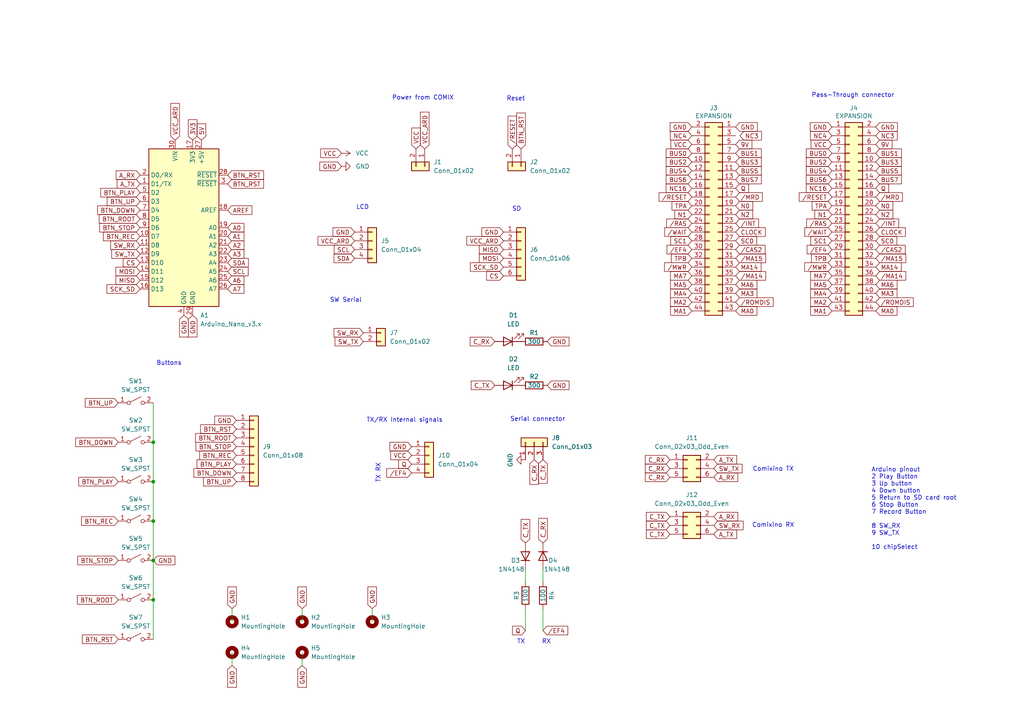
<source format=kicad_sch>
(kicad_sch (version 20231120) (generator "eeschema") (generator_version "8.0")
  (paper "A4")
  (title_block (title "COMIXINO") (date "2025-05-05") (company "issalig"))
  (lib_symbols
    (symbol "Connector_Generic:Conn_01x02" (pin_names (offset 1.016) hide)
      (property "Reference" "J" (at 0 2.54 0))
      (property "Value" "Conn_01x02" (at 0 -5.08 0))
      (symbol "Conn_01x02_1_1"
        (rectangle (start -1.27 -2.413) (end 0 -2.667) (stroke (width 0.1524)))
        (rectangle (start -1.27 0.127) (end 0 -0.127) (stroke (width 0.1524)))
        (rectangle (start -1.27 1.27) (end 1.27 -3.81) (stroke (width 0.254)) (fill (type background)))
        (pin passive line (at -5.08 0 0) (length 3.81) (name "Pin_1") (number "1"))
        (pin passive line (at -5.08 -2.54 0) (length 3.81) (name "Pin_2") (number "2"))
      )
    )
    (symbol "Connector_Generic:Conn_01x03" (pin_names (offset 1.016) hide)
      (property "Reference" "J" (at 0 5.08 0))
      (property "Value" "Conn_01x03" (at 0 -5.08 0))
      (symbol "Conn_01x03_1_1"
        (rectangle (start -1.27 -2.413) (end 0 -2.667) (stroke (width 0.1524)))
        (rectangle (start -1.27 0.127) (end 0 -0.127) (stroke (width 0.1524)))
        (rectangle (start -1.27 2.667) (end 0 2.413) (stroke (width 0.1524)))
        (rectangle (start -1.27 3.81) (end 1.27 -3.81) (stroke (width 0.254)) (fill (type background)))
        (pin passive line (at -5.08 2.54 0) (length 3.81) (name "Pin_1") (number "1"))
        (pin passive line (at -5.08 0 0) (length 3.81) (name "Pin_2") (number "2"))
        (pin passive line (at -5.08 -2.54 0) (length 3.81) (name "Pin_3") (number "3"))
      )
    )
    (symbol "Connector_Generic:Conn_01x04" (pin_names (offset 1.016) hide)
      (property "Reference" "J" (at 0 5.08 0))
      (property "Value" "Conn_01x04" (at 0 -7.62 0))
      (symbol "Conn_01x04_1_1"
        (rectangle (start -1.27 -4.953) (end 0 -5.207) (stroke (width 0.1524)))
        (rectangle (start -1.27 -2.413) (end 0 -2.667) (stroke (width 0.1524)))
        (rectangle (start -1.27 0.127) (end 0 -0.127) (stroke (width 0.1524)))
        (rectangle (start -1.27 2.667) (end 0 2.413) (stroke (width 0.1524)))
        (rectangle (start -1.27 3.81) (end 1.27 -6.35) (stroke (width 0.254)) (fill (type background)))
        (pin passive line (at -5.08 2.54 0) (length 3.81) (name "Pin_1") (number "1"))
        (pin passive line (at -5.08 0 0) (length 3.81) (name "Pin_2") (number "2"))
        (pin passive line (at -5.08 -2.54 0) (length 3.81) (name "Pin_3") (number "3"))
        (pin passive line (at -5.08 -5.08 0) (length 3.81) (name "Pin_4") (number "4"))
      )
    )
    (symbol "Connector_Generic:Conn_01x06" (pin_names (offset 1.016) hide)
      (property "Reference" "J" (at 0 7.62 0))
      (property "Value" "Conn_01x06" (at 0 -10.16 0))
      (symbol "Conn_01x06_1_1"
        (rectangle (start -1.27 -7.493) (end 0 -7.747) (stroke (width 0.1524)))
        (rectangle (start -1.27 -4.953) (end 0 -5.207) (stroke (width 0.1524)))
        (rectangle (start -1.27 -2.413) (end 0 -2.667) (stroke (width 0.1524)))
        (rectangle (start -1.27 0.127) (end 0 -0.127) (stroke (width 0.1524)))
        (rectangle (start -1.27 2.667) (end 0 2.413) (stroke (width 0.1524)))
        (rectangle (start -1.27 5.207) (end 0 4.953) (stroke (width 0.1524)))
        (rectangle (start -1.27 6.35) (end 1.27 -8.89) (stroke (width 0.254)) (fill (type background)))
        (pin passive line (at -5.08 5.08 0) (length 3.81) (name "Pin_1") (number "1"))
        (pin passive line (at -5.08 2.54 0) (length 3.81) (name "Pin_2") (number "2"))
        (pin passive line (at -5.08 0 0) (length 3.81) (name "Pin_3") (number "3"))
        (pin passive line (at -5.08 -2.54 0) (length 3.81) (name "Pin_4") (number "4"))
        (pin passive line (at -5.08 -5.08 0) (length 3.81) (name "Pin_5") (number "5"))
        (pin passive line (at -5.08 -7.62 0) (length 3.81) (name "Pin_6") (number "6"))
      )
    )
    (symbol "Connector_Generic:Conn_01x08" (pin_names (offset 1.016) hide)
      (property "Reference" "J" (at 0 10.16 0))
      (property "Value" "Conn_01x08" (at 0 -12.7 0))
      (symbol "Conn_01x08_1_1"
        (rectangle (start -1.27 -10.033) (end 0 -10.287) (stroke (width 0.1524)))
        (rectangle (start -1.27 -7.493) (end 0 -7.747) (stroke (width 0.1524)))
        (rectangle (start -1.27 -4.953) (end 0 -5.207) (stroke (width 0.1524)))
        (rectangle (start -1.27 -2.413) (end 0 -2.667) (stroke (width 0.1524)))
        (rectangle (start -1.27 0.127) (end 0 -0.127) (stroke (width 0.1524)))
        (rectangle (start -1.27 2.667) (end 0 2.413) (stroke (width 0.1524)))
        (rectangle (start -1.27 5.207) (end 0 4.953) (stroke (width 0.1524)))
        (rectangle (start -1.27 7.747) (end 0 7.493) (stroke (width 0.1524)))
        (rectangle (start -1.27 8.89) (end 1.27 -11.43) (stroke (width 0.254)) (fill (type background)))
        (pin passive line (at -5.08 7.62 0) (length 3.81) (name "Pin_1") (number "1"))
        (pin passive line (at -5.08 5.08 0) (length 3.81) (name "Pin_2") (number "2"))
        (pin passive line (at -5.08 2.54 0) (length 3.81) (name "Pin_3") (number "3"))
        (pin passive line (at -5.08 0 0) (length 3.81) (name "Pin_4") (number "4"))
        (pin passive line (at -5.08 -2.54 0) (length 3.81) (name "Pin_5") (number "5"))
        (pin passive line (at -5.08 -5.08 0) (length 3.81) (name "Pin_6") (number "6"))
        (pin passive line (at -5.08 -7.62 0) (length 3.81) (name "Pin_7") (number "7"))
        (pin passive line (at -5.08 -10.16 0) (length 3.81) (name "Pin_8") (number "8"))
      )
    )
    (symbol "Connector_Generic:Conn_02x03_Odd_Even" (pin_names (offset 1.016) hide)
      (property "Reference" "J" (at 1.27 5.08 0))
      (property "Value" "Conn_02x03_Odd_Even" (at 1.27 -5.08 0))
      (symbol "Conn_02x03_Odd_Even_1_1"
        (rectangle (start -1.27 -2.413) (end 0 -2.667) (stroke (width 0.1524)))
        (rectangle (start -1.27 0.127) (end 0 -0.127) (stroke (width 0.1524)))
        (rectangle (start -1.27 2.667) (end 0 2.413) (stroke (width 0.1524)))
        (rectangle (start -1.27 3.81) (end 3.81 -3.81) (stroke (width 0.254)) (fill (type background)))
        (rectangle (start 3.81 -2.413) (end 2.54 -2.667) (stroke (width 0.1524)))
        (rectangle (start 3.81 0.127) (end 2.54 -0.127) (stroke (width 0.1524)))
        (rectangle (start 3.81 2.667) (end 2.54 2.413) (stroke (width 0.1524)))
        (pin passive line (at -5.08 2.54 0) (length 3.81) (name "Pin_1") (number "1"))
        (pin passive line (at 7.62 2.54 180) (length 3.81) (name "Pin_2") (number "2"))
        (pin passive line (at -5.08 0 0) (length 3.81) (name "Pin_3") (number "3"))
        (pin passive line (at 7.62 0 180) (length 3.81) (name "Pin_4") (number "4"))
        (pin passive line (at -5.08 -2.54 0) (length 3.81) (name "Pin_5") (number "5"))
        (pin passive line (at 7.62 -2.54 180) (length 3.81) (name "Pin_6") (number "6"))
      )
    )
    (symbol "Device:LED" (pin_numbers hide) (pin_names (offset 1.016) hide)
      (property "Reference" "D" (at 0 2.54 0))
      (property "Value" "LED" (at 0 -2.54 0))
      (symbol "LED_0_1"
        (polyline (pts (xy -1.27 -1.27) (xy -1.27 1.27)) (stroke (width 0.254)))
        (polyline (pts (xy -1.27 0) (xy 1.27 0)))
        (polyline (pts (xy 1.27 -1.27) (xy 1.27 1.27) (xy -1.27 0) (xy 1.27 -1.27)) (stroke (width 0.254)))
        (polyline (pts (xy -3.048 -0.762) (xy -4.572 -2.286) (xy -3.81 -2.286) (xy -4.572 -2.286) (xy -4.572 -1.524)))
        (polyline (pts (xy -1.778 -0.762) (xy -3.302 -2.286) (xy -2.54 -2.286) (xy -3.302 -2.286) (xy -3.302 -1.524)))
      )
      (symbol "LED_1_1"
        (pin passive line (at -3.81 0 0) (length 2.54) (name "K") (number "1"))
        (pin passive line (at 3.81 0 180) (length 2.54) (name "A") (number "2"))
      )
    )
    (symbol "Device:R" (pin_numbers hide) (pin_names (offset 0))
      (property "Reference" "R" (at 2.032 0 90))
      (property "Value" "R" (at 0 0 90))
      (symbol "R_0_1"
        (rectangle (start -1.016 -2.54) (end 1.016 2.54) (stroke (width 0.254)))
      )
      (symbol "R_1_1"
        (pin passive line (at 0 3.81 270) (length 1.27) (name "~") (number "1"))
        (pin passive line (at 0 -3.81 90) (length 1.27) (name "~") (number "2"))
      )
    )
    (symbol "Diode:1N914" (pin_numbers hide) (pin_names hide)
      (property "Reference" "D" (at 0 2.54 0))
      (property "Value" "1N914" (at 0 -2.54 0))
      (symbol "1N914_0_1"
        (polyline (pts (xy -1.27 1.27) (xy -1.27 -1.27)) (stroke (width 0.254)))
        (polyline (pts (xy 1.27 0) (xy -1.27 0)))
        (polyline (pts (xy 1.27 1.27) (xy 1.27 -1.27) (xy -1.27 0) (xy 1.27 1.27)) (stroke (width 0.254)))
      )
      (symbol "1N914_1_1"
        (pin passive line (at -3.81 0 0) (length 2.54) (name "K") (number "1"))
        (pin passive line (at 3.81 0 180) (length 2.54) (name "A") (number "2"))
      )
    )
    (symbol "MCU_Module:Arduino_Nano_v3.x"
      (property "Reference" "A" (at -10.16 23.495 0))
      (property "Value" "Arduino_Nano_v3.x" (at 5.08 -24.13 0))
      (symbol "Arduino_Nano_v3.x_0_1"
        (rectangle (start -10.16 22.86) (end 10.16 -22.86) (stroke (width 0.254)) (fill (type background)))
      )
      (symbol "Arduino_Nano_v3.x_1_1"
        (pin bidirectional line (at -12.7 12.7 0) (length 2.54) (name "D1/TX") (number "1"))
        (pin bidirectional line (at -12.7 -2.54 0) (length 2.54) (name "D7") (number "10"))
        (pin bidirectional line (at -12.7 -5.08 0) (length 2.54) (name "D8") (number "11"))
        (pin bidirectional line (at -12.7 -7.62 0) (length 2.54) (name "D9") (number "12"))
        (pin bidirectional line (at -12.7 -10.16 0) (length 2.54) (name "D10") (number "13"))
        (pin bidirectional line (at -12.7 -12.7 0) (length 2.54) (name "D11") (number "14"))
        (pin bidirectional line (at -12.7 -15.24 0) (length 2.54) (name "D12") (number "15"))
        (pin bidirectional line (at -12.7 -17.78 0) (length 2.54) (name "D13") (number "16"))
        (pin power_out line (at 2.54 25.4 270) (length 2.54) (name "3V3") (number "17"))
        (pin input line (at 12.7 5.08 180) (length 2.54) (name "AREF") (number "18"))
        (pin bidirectional line (at 12.7 0 180) (length 2.54) (name "A0") (number "19"))
        (pin bidirectional line (at -12.7 15.24 0) (length 2.54) (name "D0/RX") (number "2"))
        (pin bidirectional line (at 12.7 -2.54 180) (length 2.54) (name "A1") (number "20"))
        (pin bidirectional line (at 12.7 -5.08 180) (length 2.54) (name "A2") (number "21"))
        (pin bidirectional line (at 12.7 -7.62 180) (length 2.54) (name "A3") (number "22"))
        (pin bidirectional line (at 12.7 -10.16 180) (length 2.54) (name "A4") (number "23"))
        (pin bidirectional line (at 12.7 -12.7 180) (length 2.54) (name "A5") (number "24"))
        (pin bidirectional line (at 12.7 -15.24 180) (length 2.54) (name "A6") (number "25"))
        (pin bidirectional line (at 12.7 -17.78 180) (length 2.54) (name "A7") (number "26"))
        (pin power_out line (at 5.08 25.4 270) (length 2.54) (name "+5V") (number "27"))
        (pin input line (at 12.7 15.24 180) (length 2.54) (name "~{RESET}") (number "28"))
        (pin power_in line (at 2.54 -25.4 90) (length 2.54) (name "GND") (number "29"))
        (pin input line (at 12.7 12.7 180) (length 2.54) (name "~{RESET}") (number "3"))
        (pin power_in line (at -2.54 25.4 270) (length 2.54) (name "VIN") (number "30"))
        (pin power_in line (at 0 -25.4 90) (length 2.54) (name "GND") (number "4"))
        (pin bidirectional line (at -12.7 10.16 0) (length 2.54) (name "D2") (number "5"))
        (pin bidirectional line (at -12.7 7.62 0) (length 2.54) (name "D3") (number "6"))
        (pin bidirectional line (at -12.7 5.08 0) (length 2.54) (name "D4") (number "7"))
        (pin bidirectional line (at -12.7 2.54 0) (length 2.54) (name "D5") (number "8"))
        (pin bidirectional line (at -12.7 0 0) (length 2.54) (name "D6") (number "9"))
      )
    )
    (symbol "Mechanical:MountingHole" (pin_names (offset 1.016)) (exclude_from_sim yes) (in_bom no)
      (property "Reference" "H" (at 0 5.08 0))
      (property "Value" "MountingHole" (at 0 3.175 0))
      (symbol "MountingHole_0_1"
        (circle (center 0 0) (radius 1.27) (stroke (width 1.27)))
      )
    )
    (symbol "Switch:SW_SPST" (pin_names (offset 0) hide)
      (property "Reference" "SW" (at 0 3.175 0))
      (property "Value" "SW_SPST" (at 0 -2.54 0))
      (symbol "SW_SPST_0_0"
        (circle (center -2.032 0) (radius 0.508))
        (polyline (pts (xy -1.524 0.254) (xy 1.524 1.778)))
        (circle (center 2.032 0) (radius 0.508))
      )
      (symbol "SW_SPST_1_1"
        (pin passive line (at -5.08 0 0) (length 2.54) (name "A") (number "1"))
        (pin passive line (at 5.08 0 180) (length 2.54) (name "B") (number "2"))
      )
    )
    (symbol "connectors:Conn_02x22_LINEAR_ALPHA" (pin_names (offset 1.016) hide)
      (property "Reference" "J1" (at 1.27 30.9118 0))
      (property "Value" "EXPANSION" (at 1.27 28.6004 0))
      (symbol "Conn_02x22_LINEAR_ALPHA_1_1"
        (rectangle (start -1.27 -27.813) (end 0 -28.067) (stroke (width 0.1524)))
        (rectangle (start -1.27 -25.273) (end 0 -25.527) (stroke (width 0.1524)))
        (rectangle (start -1.27 -22.733) (end 0 -22.987) (stroke (width 0.1524)))
        (rectangle (start -1.27 -20.193) (end 0 -20.447) (stroke (width 0.1524)))
        (rectangle (start -1.27 -17.653) (end 0 -17.907) (stroke (width 0.1524)))
        (rectangle (start -1.27 -15.113) (end 0 -15.367) (stroke (width 0.1524)))
        (rectangle (start -1.27 -12.573) (end 0 -12.827) (stroke (width 0.1524)))
        (rectangle (start -1.27 -10.033) (end 0 -10.287) (stroke (width 0.1524)))
        (rectangle (start -1.27 -7.493) (end 0 -7.747) (stroke (width 0.1524)))
        (rectangle (start -1.27 -4.953) (end 0 -5.207) (stroke (width 0.1524)))
        (rectangle (start -1.27 -2.413) (end 0 -2.667) (stroke (width 0.1524)))
        (rectangle (start -1.27 0.127) (end 0 -0.127) (stroke (width 0.1524)))
        (rectangle (start -1.27 2.667) (end 0 2.413) (stroke (width 0.1524)))
        (rectangle (start -1.27 5.207) (end 0 4.953) (stroke (width 0.1524)))
        (rectangle (start -1.27 7.747) (end 0 7.493) (stroke (width 0.1524)))
        (rectangle (start -1.27 10.287) (end 0 10.033) (stroke (width 0.1524)))
        (rectangle (start -1.27 12.827) (end 0 12.573) (stroke (width 0.1524)))
        (rectangle (start -1.27 15.367) (end 0 15.113) (stroke (width 0.1524)))
        (rectangle (start -1.27 17.907) (end 0 17.653) (stroke (width 0.1524)))
        (rectangle (start -1.27 20.447) (end 0 20.193) (stroke (width 0.1524)))
        (rectangle (start -1.27 22.987) (end 0 22.733) (stroke (width 0.1524)))
        (rectangle (start -1.27 25.527) (end 0 25.273) (stroke (width 0.1524)))
        (rectangle (start -1.27 26.67) (end 3.81 -29.21) (stroke (width 0.254)) (fill (type background)))
        (rectangle (start 3.81 -27.813) (end 2.54 -28.067) (stroke (width 0.1524)))
        (rectangle (start 3.81 -25.273) (end 2.54 -25.527) (stroke (width 0.1524)))
        (rectangle (start 3.81 -22.733) (end 2.54 -22.987) (stroke (width 0.1524)))
        (rectangle (start 3.81 -20.193) (end 2.54 -20.447) (stroke (width 0.1524)))
        (rectangle (start 3.81 -17.653) (end 2.54 -17.907) (stroke (width 0.1524)))
        (rectangle (start 3.81 -15.113) (end 2.54 -15.367) (stroke (width 0.1524)))
        (rectangle (start 3.81 -12.573) (end 2.54 -12.827) (stroke (width 0.1524)))
        (rectangle (start 3.81 -10.033) (end 2.54 -10.287) (stroke (width 0.1524)))
        (rectangle (start 3.81 -7.493) (end 2.54 -7.747) (stroke (width 0.1524)))
        (rectangle (start 3.81 -4.953) (end 2.54 -5.207) (stroke (width 0.1524)))
        (rectangle (start 3.81 -2.413) (end 2.54 -2.667) (stroke (width 0.1524)))
        (rectangle (start 3.81 0.127) (end 2.54 -0.127) (stroke (width 0.1524)))
        (rectangle (start 3.81 2.667) (end 2.54 2.413) (stroke (width 0.1524)))
        (rectangle (start 3.81 5.207) (end 2.54 4.953) (stroke (width 0.1524)))
        (rectangle (start 3.81 7.747) (end 2.54 7.493) (stroke (width 0.1524)))
        (rectangle (start 3.81 10.287) (end 2.54 10.033) (stroke (width 0.1524)))
        (rectangle (start 3.81 12.827) (end 2.54 12.573) (stroke (width 0.1524)))
        (rectangle (start 3.81 15.367) (end 2.54 15.113) (stroke (width 0.1524)))
        (rectangle (start 3.81 17.907) (end 2.54 17.653) (stroke (width 0.1524)))
        (rectangle (start 3.81 20.447) (end 2.54 20.193) (stroke (width 0.1524)))
        (rectangle (start 3.81 22.987) (end 2.54 22.733) (stroke (width 0.1524)))
        (rectangle (start 3.81 25.527) (end 2.54 25.273) (stroke (width 0.1524)))
        (pin passive line (at 7.62 25.4 180) (length 3.81) (name "pin_1") (number "1"))
        (pin passive line (at -5.08 15.24 0) (length 3.81) (name "Pin_10") (number "10"))
        (pin passive line (at 7.62 12.7 180) (length 3.81) (name "pin_11") (number "11"))
        (pin passive line (at -5.08 12.7 0) (length 3.81) (name "Pin_12") (number "12"))
        (pin passive line (at 7.62 10.16 180) (length 3.81) (name "pin_13") (number "13"))
        (pin passive line (at -5.08 10.16 0) (length 3.81) (name "Pin_14") (number "14"))
        (pin passive line (at 7.62 7.62 180) (length 3.81) (name "pin_15") (number "15"))
        (pin passive line (at -5.08 7.62 0) (length 3.81) (name "Pin_16") (number "16"))
        (pin passive line (at 7.62 5.08 180) (length 3.81) (name "pin_17") (number "17"))
        (pin passive line (at -5.08 5.08 0) (length 3.81) (name "Pin_18") (number "18"))
        (pin passive line (at 7.62 2.54 180) (length 3.81) (name "pin_19") (number "19"))
        (pin passive line (at -5.08 25.4 0) (length 3.81) (name "Pin_2") (number "2"))
        (pin passive line (at -5.08 2.54 0) (length 3.81) (name "Pin_20") (number "20"))
        (pin passive line (at 7.62 0 180) (length 3.81) (name "pin_21") (number "21"))
        (pin passive line (at -5.08 0 0) (length 3.81) (name "Pin_22") (number "22"))
        (pin passive line (at 7.62 -2.54 180) (length 3.81) (name "pin_23") (number "23"))
        (pin passive line (at -5.08 -2.54 0) (length 3.81) (name "Pin_24") (number "24"))
        (pin passive line (at 7.62 -5.08 180) (length 3.81) (name "pin_25") (number "25"))
        (pin passive line (at -5.08 -5.08 0) (length 3.81) (name "Pin_26") (number "26"))
        (pin passive line (at 7.62 -7.62 180) (length 3.81) (name "pin_27") (number "27"))
        (pin passive line (at -5.08 -7.62 0) (length 3.81) (name "Pin_28") (number "28"))
        (pin passive line (at 7.62 -10.16 180) (length 3.81) (name "pin_29") (number "29"))
        (pin passive line (at 7.62 22.86 180) (length 3.81) (name "pin_3") (number "3"))
        (pin passive line (at -5.08 -10.16 0) (length 3.81) (name "Pin_30") (number "30"))
        (pin passive line (at 7.62 -12.7 180) (length 3.81) (name "pin_31") (number "31"))
        (pin passive line (at -5.08 -12.7 0) (length 3.81) (name "Pin_32") (number "32"))
        (pin passive line (at 7.62 -15.24 180) (length 3.81) (name "pin_33") (number "33"))
        (pin passive line (at -5.08 -15.24 0) (length 3.81) (name "Pin_34") (number "34"))
        (pin passive line (at 7.62 -17.78 180) (length 3.81) (name "pin_35") (number "35"))
        (pin passive line (at -5.08 -17.78 0) (length 3.81) (name "Pin_36") (number "36"))
        (pin passive line (at 7.62 -20.32 180) (length 3.81) (name "pin_37") (number "37"))
        (pin passive line (at -5.08 -20.32 0) (length 3.81) (name "Pin_38") (number "38"))
        (pin passive line (at 7.62 -22.86 180) (length 3.81) (name "pin_39") (number "39"))
        (pin passive line (at -5.08 22.86 0) (length 3.81) (name "Pin_4") (number "4"))
        (pin passive line (at -5.08 -22.86 0) (length 3.81) (name "Pin_40") (number "40"))
        (pin passive line (at 7.62 -25.4 180) (length 3.81) (name "pin_41") (number "41"))
        (pin passive line (at -5.08 -25.4 0) (length 3.81) (name "Pin_42") (number "42"))
        (pin passive line (at 7.62 -27.94 180) (length 3.81) (name "pin_43") (number "43"))
        (pin passive line (at -5.08 -27.94 0) (length 3.81) (name "Pin_44") (number "44"))
        (pin passive line (at 7.62 20.32 180) (length 3.81) (name "pin_5") (number "5"))
        (pin passive line (at -5.08 20.32 0) (length 3.81) (name "Pin_6") (number "6"))
        (pin passive line (at 7.62 17.78 180) (length 3.81) (name "pin_7") (number "7"))
        (pin passive line (at -5.08 17.78 0) (length 3.81) (name "Pin_8") (number "8"))
        (pin passive line (at 7.62 15.24 180) (length 3.81) (name "pin_9") (number "9"))
      )
    )
    (symbol "power:GND" (power) (pin_names (offset 0))
      (property "Value" "GND" (at 0 -3.81 0))
      (symbol "GND_0_1"
        (polyline (pts (xy 0 0) (xy 0 -1.27) (xy 1.27 -1.27) (xy 0 -2.54) (xy -1.27 -1.27) (xy 0 -1.27)))
      )
      (symbol "GND_1_1"
        (pin power_in line (at 0 0 270) (length 0) hide (name "GND") (number "1"))
      )
    )
    (symbol "power:VCC" (power) (pin_names (offset 0))
      (property "Value" "VCC" (at 0 3.81 0))
      (symbol "VCC_0_1"
        (polyline (pts (xy -0.762 1.27) (xy 0 2.54)))
        (polyline (pts (xy 0 0) (xy 0 2.54)))
        (polyline (pts (xy 0 2.54) (xy 0.762 1.27)))
      )
      (symbol "VCC_1_1"
        (pin power_in line (at 0 0 90) (length 0) hide (name "VCC") (number "1"))
      )
    )
  )
  (junction (at 44.45 173.99))
  (junction (at 44.45 139.7))
  (junction (at 44.45 162.56))
  (junction (at 44.45 151.13))
  (junction (at 44.45 128.27))
  (wire (pts (xy 44.45 162.56) (xy 44.45 173.99)))
  (wire (pts (xy 152.4 165.1) (xy 152.4 168.91)))
  (wire (pts (xy 87.63 189.23) (xy 87.63 193.04)))
  (wire (pts (xy 67.31 176.53) (xy 67.31 180.34)))
  (wire (pts (xy 44.45 139.7) (xy 44.45 151.13)))
  (wire (pts (xy 44.45 116.84) (xy 44.45 128.27)))
  (wire (pts (xy 44.45 173.99) (xy 44.45 185.42)))
  (wire (pts (xy 157.48 176.53) (xy 157.48 182.88)))
  (wire (pts (xy 107.95 176.53) (xy 107.95 180.34)))
  (wire (pts (xy 44.45 128.27) (xy 44.45 139.7)))
  (wire (pts (xy 87.63 176.53) (xy 87.63 180.34)))
  (wire (pts (xy 44.45 151.13) (xy 44.45 162.56)))
  (wire (pts (xy 152.4 176.53) (xy 152.4 182.88)))
  (wire (pts (xy 157.48 165.1) (xy 157.48 168.91)))
  (wire (pts (xy 67.31 189.23) (xy 67.31 193.04)))
  (text "TX" (at 109.728 138.938 90) (effects (font (size 1.27 1.27))))
  (text "Arduino pinout\n2 Play Button\n3 Up button\n4 Down button\n5 Return to SD card root\n6 Stop Button\n7 Record Button\n\n8 SW_RX\n9 SW_TX\n\n10 chipSelect" (at 252.73 147.574 0) (effects (font (size 1.27 1.27)) (justify left)))
  (text "Comixino TX" (at 224.282 136.144 0) (effects (font (size 1.27 1.27))))
  (text "Serial connector" (at 155.956 121.666 0) (effects (font (size 1.27 1.27))))
  (text "TX/RX Internal signals" (at 117.348 121.92 0) (effects (font (size 1.27 1.27))))
  (text "RX" (at 158.496 186.182 0) (effects (font (size 1.27 1.27))))
  (text "Power from COMIX" (at 122.682 28.448 0) (effects (font (size 1.27 1.27))))
  (text "Buttons" (at 49.022 105.41 0) (effects (font (size 1.27 1.27))))
  (text "LCD" (at 105.156 60.198 0) (effects (font (size 1.27 1.27))))
  (text "Comixino RX" (at 224.282 152.4 0) (effects (font (size 1.27 1.27))))
  (text "RX" (at 109.728 135.636 90) (effects (font (size 1.27 1.27))))
  (text "Pass-Through connector" (at 247.396 27.686 0) (effects (font (size 1.27 1.27))))
  (text "Reset" (at 149.606 28.702 0) (effects (font (size 1.27 1.27))))
  (text "SD" (at 149.86 60.706 0) (effects (font (size 1.27 1.27))))
  (text "TX" (at 151.13 186.182 0) (effects (font (size 1.27 1.27))))
  (text "SW Serial" (at 100.33 87.122 0) (effects (font (size 1.27 1.27))))
  (global_label "BTN_PLAY" (shape input) (at 40.64 55.88 180) (property "Intersheetrefs" "${INTERSHEET_REFS}" (effects (hide yes))))
  (global_label "{slash}MA15" (shape input) (at 213.36 74.93 0) (property "Intersheetrefs" "${INTERSHEET_REFS}" (effects (hide yes))))
  (global_label "SC0" (shape input) (at 254 69.85 0) (property "Intersheetrefs" "${INTERSHEET_REFS}" (effects (hide yes))))
  (global_label "SDA" (shape input) (at 102.87 74.93 180) (property "Intersheetrefs" "${INTERSHEET_REFS}" (effects (hide yes))))
  (global_label "{slash}RESET" (shape input) (at 200.66 57.15 180) (property "Intersheetrefs" "${INTERSHEET_REFS}" (effects (hide yes))))
  (global_label "BTN_PLAY" (shape input) (at 34.29 139.7 180) (property "Intersheetrefs" "${INTERSHEET_REFS}" (effects (hide yes))))
  (global_label "BTN_ROOT" (shape input) (at 34.29 173.99 180) (property "Intersheetrefs" "${INTERSHEET_REFS}" (effects (hide yes))))
  (global_label "BUS7" (shape input) (at 213.36 52.07 0) (property "Intersheetrefs" "${INTERSHEET_REFS}" (effects (hide yes))))
  (global_label "A_RX" (shape input) (at 40.64 50.8 180) (property "Intersheetrefs" "${INTERSHEET_REFS}" (effects (hide yes))))
  (global_label "GND" (shape input) (at 53.34 91.44 270) (property "Intersheetrefs" "${INTERSHEET_REFS}" (effects (hide yes))))
  (global_label "VCC" (shape input) (at 99.06 44.45 180) (property "Intersheetrefs" "${INTERSHEET_REFS}" (effects (hide yes))))
  (global_label "GND" (shape input) (at 158.75 99.06 0) (property "Intersheetrefs" "${INTERSHEET_REFS}" (effects (hide yes))))
  (global_label "{slash}MRD" (shape input) (at 254 57.15 0) (property "Intersheetrefs" "${INTERSHEET_REFS}" (effects (hide yes))))
  (global_label "GND" (shape input) (at 68.58 121.92 180) (property "Intersheetrefs" "${INTERSHEET_REFS}" (effects (hide yes))))
  (global_label "GND" (shape input) (at 213.36 36.83 0) (property "Intersheetrefs" "${INTERSHEET_REFS}" (effects (hide yes))))
  (global_label "TPA" (shape input) (at 241.3 59.69 180) (property "Intersheetrefs" "${INTERSHEET_REFS}" (effects (hide yes))))
  (global_label "BUS7" (shape input) (at 254 52.07 0) (property "Intersheetrefs" "${INTERSHEET_REFS}" (effects (hide yes))))
  (global_label "N0" (shape input) (at 213.36 59.69 0) (property "Intersheetrefs" "${INTERSHEET_REFS}" (effects (hide yes))))
  (global_label "C_RX" (shape input) (at 157.48 157.48 90) (property "Intersheetrefs" "${INTERSHEET_REFS}" (effects (hide yes))))
  (global_label "VCC" (shape input) (at 200.66 41.91 180) (property "Intersheetrefs" "${INTERSHEET_REFS}" (effects (hide yes))))
  (global_label "BTN_STOP" (shape input) (at 34.29 162.56 180) (property "Intersheetrefs" "${INTERSHEET_REFS}" (effects (hide yes))))
  (global_label "{slash}EF4" (shape input) (at 157.48 182.88 0) (property "Intersheetrefs" "${INTERSHEET_REFS}" (effects (hide yes))))
  (global_label "CLOCK" (shape input) (at 213.36 67.31 0) (property "Intersheetrefs" "${INTERSHEET_REFS}" (effects (hide yes))))
  (global_label "{slash}RESET" (shape input) (at 148.59 43.18 90) (property "Intersheetrefs" "${INTERSHEET_REFS}" (effects (hide yes))))
  (global_label "C_TX" (shape input) (at 194.31 154.94 180) (property "Intersheetrefs" "${INTERSHEET_REFS}" (effects (hide yes))))
  (global_label "GND" (shape input) (at 55.88 91.44 270) (property "Intersheetrefs" "${INTERSHEET_REFS}" (effects (hide yes))))
  (global_label "BTN_REC" (shape input) (at 68.58 132.08 180) (property "Intersheetrefs" "${INTERSHEET_REFS}" (effects (hide yes))))
  (global_label "TPB" (shape input) (at 241.3 74.93 180) (property "Intersheetrefs" "${INTERSHEET_REFS}" (effects (hide yes))))
  (global_label "CS" (shape input) (at 40.64 76.2 180) (property "Intersheetrefs" "${INTERSHEET_REFS}" (effects (hide yes))))
  (global_label "C_RX" (shape input) (at 194.31 133.35 180) (property "Intersheetrefs" "${INTERSHEET_REFS}" (effects (hide yes))))
  (global_label "GND" (shape input) (at 99.06 48.26 180) (property "Intersheetrefs" "${INTERSHEET_REFS}" (effects (hide yes))))
  (global_label "GND" (shape input) (at 67.31 193.04 270) (property "Intersheetrefs" "${INTERSHEET_REFS}" (effects (hide yes))))
  (global_label "MA1" (shape input) (at 200.66 90.17 180) (property "Intersheetrefs" "${INTERSHEET_REFS}" (effects (hide yes))))
  (global_label "BTN_ROOT" (shape input) (at 40.64 63.5 180) (property "Intersheetrefs" "${INTERSHEET_REFS}" (effects (hide yes))))
  (global_label "BTN_RST" (shape input) (at 68.58 124.46 180) (property "Intersheetrefs" "${INTERSHEET_REFS}" (effects (hide yes))))
  (global_label "BUS2" (shape input) (at 200.66 46.99 180) (property "Intersheetrefs" "${INTERSHEET_REFS}" (effects (hide yes))))
  (global_label "A2" (shape input) (at 66.04 71.12 0) (property "Intersheetrefs" "${INTERSHEET_REFS}" (effects (hide yes))))
  (global_label "{slash}MWR" (shape input) (at 200.66 77.47 180) (property "Intersheetrefs" "${INTERSHEET_REFS}" (effects (hide yes))))
  (global_label "SW_TX" (shape input) (at 40.64 73.66 180) (property "Intersheetrefs" "${INTERSHEET_REFS}" (effects (hide yes))))
  (global_label "A0" (shape input) (at 66.04 66.04 0) (property "Intersheetrefs" "${INTERSHEET_REFS}" (effects (hide yes))))
  (global_label "SDA" (shape input) (at 66.04 76.2 0) (property "Intersheetrefs" "${INTERSHEET_REFS}" (effects (hide yes))))
  (global_label "BTN_REC" (shape input) (at 40.64 68.58 180) (property "Intersheetrefs" "${INTERSHEET_REFS}" (effects (hide yes))))
  (global_label "{slash}CAS2" (shape input) (at 213.36 72.39 0) (property "Intersheetrefs" "${INTERSHEET_REFS}" (effects (hide yes))))
  (global_label "GND" (shape input) (at 254 36.83 0) (property "Intersheetrefs" "${INTERSHEET_REFS}" (effects (hide yes))))
  (global_label "C_RX" (shape input) (at 143.51 99.06 180) (property "Intersheetrefs" "${INTERSHEET_REFS}" (effects (hide yes))))
  (global_label "BUS3" (shape input) (at 254 46.99 0) (property "Intersheetrefs" "${INTERSHEET_REFS}" (effects (hide yes))))
  (global_label "GND" (shape input) (at 87.63 176.53 90) (property "Intersheetrefs" "${INTERSHEET_REFS}" (effects (hide yes))))
  (global_label "Q" (shape input) (at 119.38 134.62 180) (property "Intersheetrefs" "${INTERSHEET_REFS}" (effects (hide yes))))
  (global_label "{slash}WAIT" (shape input) (at 241.3 67.31 180) (property "Intersheetrefs" "${INTERSHEET_REFS}" (effects (hide yes))))
  (global_label "AREF" (shape input) (at 66.04 60.96 0) (property "Intersheetrefs" "${INTERSHEET_REFS}" (effects (hide yes))))
  (global_label "MA4" (shape input) (at 200.66 85.09 180) (property "Intersheetrefs" "${INTERSHEET_REFS}" (effects (hide yes))))
  (global_label "C_TX" (shape input) (at 194.31 152.4 180) (property "Intersheetrefs" "${INTERSHEET_REFS}" (effects (hide yes))))
  (global_label "A7" (shape input) (at 66.04 83.82 0) (property "Intersheetrefs" "${INTERSHEET_REFS}" (effects (hide yes))))
  (global_label "MA6" (shape input) (at 213.36 82.55 0) (property "Intersheetrefs" "${INTERSHEET_REFS}" (effects (hide yes))))
  (global_label "MA3" (shape input) (at 254 85.09 0) (property "Intersheetrefs" "${INTERSHEET_REFS}" (effects (hide yes))))
  (global_label "TPB" (shape input) (at 200.66 74.93 180) (property "Intersheetrefs" "${INTERSHEET_REFS}" (effects (hide yes))))
  (global_label "MA6" (shape input) (at 254 82.55 0) (property "Intersheetrefs" "${INTERSHEET_REFS}" (effects (hide yes))))
  (global_label "BTN_STOP" (shape input) (at 68.58 129.54 180) (property "Intersheetrefs" "${INTERSHEET_REFS}" (effects (hide yes))))
  (global_label "SW_TX" (shape input) (at 105.41 99.06 180) (property "Intersheetrefs" "${INTERSHEET_REFS}" (effects (hide yes))))
  (global_label "BUS5" (shape input) (at 213.36 49.53 0) (property "Intersheetrefs" "${INTERSHEET_REFS}" (effects (hide yes))))
  (global_label "CS" (shape input) (at 146.05 80.01 180) (property "Intersheetrefs" "${INTERSHEET_REFS}" (effects (hide yes))))
  (global_label "SCL" (shape input) (at 102.87 72.39 180) (property "Intersheetrefs" "${INTERSHEET_REFS}" (effects (hide yes))))
  (global_label "{slash}WAIT" (shape input) (at 200.66 67.31 180) (property "Intersheetrefs" "${INTERSHEET_REFS}" (effects (hide yes))))
  (global_label "VCC" (shape input) (at 119.38 132.08 180) (property "Intersheetrefs" "${INTERSHEET_REFS}" (effects (hide yes))))
  (global_label "GND" (shape input) (at 87.63 193.04 270) (property "Intersheetrefs" "${INTERSHEET_REFS}" (effects (hide yes))))
  (global_label "VCC_ARD" (shape input) (at 102.87 69.85 180) (property "Intersheetrefs" "${INTERSHEET_REFS}" (effects (hide yes))))
  (global_label "{slash}CAS2" (shape input) (at 254 72.39 0) (property "Intersheetrefs" "${INTERSHEET_REFS}" (effects (hide yes))))
  (global_label "{slash}EF4" (shape input) (at 200.66 72.39 180) (property "Intersheetrefs" "${INTERSHEET_REFS}" (effects (hide yes))))
  (global_label "BUS2" (shape input) (at 241.3 46.99 180) (property "Intersheetrefs" "${INTERSHEET_REFS}" (effects (hide yes))))
  (global_label "A_TX" (shape input) (at 40.64 53.34 180) (property "Intersheetrefs" "${INTERSHEET_REFS}" (effects (hide yes))))
  (global_label "BTN_RST" (shape input) (at 34.29 185.42 180) (property "Intersheetrefs" "${INTERSHEET_REFS}" (effects (hide yes))))
  (global_label "GND" (shape input) (at 44.45 162.56 0) (property "Intersheetrefs" "${INTERSHEET_REFS}" (effects (hide yes))))
  (global_label "MA14" (shape input) (at 213.36 77.47 0) (property "Intersheetrefs" "${INTERSHEET_REFS}" (effects (hide yes))))
  (global_label "{slash}EF4" (shape input) (at 241.3 72.39 180) (property "Intersheetrefs" "${INTERSHEET_REFS}" (effects (hide yes))))
  (global_label "SW_RX" (shape input) (at 207.01 152.4 0) (property "Intersheetrefs" "${INTERSHEET_REFS}" (effects (hide yes))))
  (global_label "Q" (shape input) (at 254 54.61 0) (property "Intersheetrefs" "${INTERSHEET_REFS}" (effects (hide yes))))
  (global_label "BUS0" (shape input) (at 200.66 44.45 180) (property "Intersheetrefs" "${INTERSHEET_REFS}" (effects (hide yes))))
  (global_label "SW_RX" (shape input) (at 40.64 71.12 180) (property "Intersheetrefs" "${INTERSHEET_REFS}" (effects (hide yes))))
  (global_label "{slash}ROMDIS" (shape input) (at 213.36 87.63 0) (property "Intersheetrefs" "${INTERSHEET_REFS}" (effects (hide yes))))
  (global_label "{slash}MRD" (shape input) (at 213.36 57.15 0) (property "Intersheetrefs" "${INTERSHEET_REFS}" (effects (hide yes))))
  (global_label "GND" (shape input) (at 200.66 36.83 180) (property "Intersheetrefs" "${INTERSHEET_REFS}" (effects (hide yes))))
  (global_label "VCC_ARD" (shape input) (at 146.05 69.85 180) (property "Intersheetrefs" "${INTERSHEET_REFS}" (effects (hide yes))))
  (global_label "SW_RX" (shape input) (at 105.41 96.52 180) (property "Intersheetrefs" "${INTERSHEET_REFS}" (effects (hide yes))))
  (global_label "A3" (shape input) (at 66.04 73.66 0) (property "Intersheetrefs" "${INTERSHEET_REFS}" (effects (hide yes))))
  (global_label "SCL" (shape input) (at 66.04 78.74 0) (property "Intersheetrefs" "${INTERSHEET_REFS}" (effects (hide yes))))
  (global_label "{slash}MA15" (shape input) (at 254 74.93 0) (property "Intersheetrefs" "${INTERSHEET_REFS}" (effects (hide yes))))
  (global_label "BUS5" (shape input) (at 254 49.53 0) (property "Intersheetrefs" "${INTERSHEET_REFS}" (effects (hide yes))))
  (global_label "NC16" (shape input) (at 241.3 54.61 180) (property "Intersheetrefs" "${INTERSHEET_REFS}" (effects (hide yes))))
  (global_label "BTN_RST" (shape input) (at 66.04 53.34 0) (property "Intersheetrefs" "${INTERSHEET_REFS}" (effects (hide yes))))
  (global_label "{slash}RESET" (shape input) (at 241.3 57.15 180) (property "Intersheetrefs" "${INTERSHEET_REFS}" (effects (hide yes))))
  (global_label "BUS3" (shape input) (at 213.36 46.99 0) (property "Intersheetrefs" "${INTERSHEET_REFS}" (effects (hide yes))))
  (global_label "NC16" (shape input) (at 200.66 54.61 180) (property "Intersheetrefs" "${INTERSHEET_REFS}" (effects (hide yes))))
  (global_label "Q" (shape input) (at 213.36 54.61 0) (property "Intersheetrefs" "${INTERSHEET_REFS}" (effects (hide yes))))
  (global_label "Q" (shape input) (at 152.4 182.88 180) (property "Intersheetrefs" "${INTERSHEET_REFS}" (effects (hide yes))))
  (global_label "C_TX" (shape input) (at 194.31 149.86 180) (property "Intersheetrefs" "${INTERSHEET_REFS}" (effects (hide yes))))
  (global_label "BUS4" (shape input) (at 241.3 49.53 180) (property "Intersheetrefs" "${INTERSHEET_REFS}" (effects (hide yes))))
  (global_label "MA5" (shape input) (at 241.3 82.55 180) (property "Intersheetrefs" "${INTERSHEET_REFS}" (effects (hide yes))))
  (global_label "N2" (shape input) (at 254 62.23 0) (property "Intersheetrefs" "${INTERSHEET_REFS}" (effects (hide yes))))
  (global_label "MA14" (shape input) (at 254 77.47 0) (property "Intersheetrefs" "${INTERSHEET_REFS}" (effects (hide yes))))
  (global_label "NC4" (shape input) (at 200.66 39.37 180) (property "Intersheetrefs" "${INTERSHEET_REFS}" (effects (hide yes))))
  (global_label "BTN_REC" (shape input) (at 34.29 151.13 180) (property "Intersheetrefs" "${INTERSHEET_REFS}" (effects (hide yes))))
  (global_label "GND" (shape input) (at 241.3 36.83 180) (property "Intersheetrefs" "${INTERSHEET_REFS}" (effects (hide yes))))
  (global_label "BTN_UP" (shape input) (at 34.29 116.84 180) (property "Intersheetrefs" "${INTERSHEET_REFS}" (effects (hide yes))))
  (global_label "{slash}RAS" (shape input) (at 200.66 64.77 180) (property "Intersheetrefs" "${INTERSHEET_REFS}" (effects (hide yes))))
  (global_label "SC1" (shape input) (at 241.3 69.85 180) (property "Intersheetrefs" "${INTERSHEET_REFS}" (effects (hide yes))))
  (global_label "{slash}MA14" (shape input) (at 254 80.01 0) (property "Intersheetrefs" "${INTERSHEET_REFS}" (effects (hide yes))))
  (global_label "BUS6" (shape input) (at 200.66 52.07 180) (property "Intersheetrefs" "${INTERSHEET_REFS}" (effects (hide yes))))
  (global_label "3V3" (shape input) (at 55.88 40.64 90) (property "Intersheetrefs" "${INTERSHEET_REFS}" (effects (hide yes))))
  (global_label "BTN_STOP" (shape input) (at 40.64 66.04 180) (property "Intersheetrefs" "${INTERSHEET_REFS}" (effects (hide yes))))
  (global_label "{slash}RAS" (shape input) (at 241.3 64.77 180) (property "Intersheetrefs" "${INTERSHEET_REFS}" (effects (hide yes))))
  (global_label "MA0" (shape input) (at 254 90.17 0) (property "Intersheetrefs" "${INTERSHEET_REFS}" (effects (hide yes))))
  (global_label "N0" (shape input) (at 254 59.69 0) (property "Intersheetrefs" "${INTERSHEET_REFS}" (effects (hide yes))))
  (global_label "GND" (shape input) (at 158.75 111.76 0) (property "Intersheetrefs" "${INTERSHEET_REFS}" (effects (hide yes))))
  (global_label "BTN_PLAY" (shape input) (at 68.58 134.62 180) (property "Intersheetrefs" "${INTERSHEET_REFS}" (effects (hide yes))))
  (global_label "{slash}EF4" (shape input) (at 119.38 137.16 180) (property "Intersheetrefs" "${INTERSHEET_REFS}" (effects (hide yes))))
  (global_label "SCK_SD" (shape input) (at 146.05 77.47 180) (property "Intersheetrefs" "${INTERSHEET_REFS}" (effects (hide yes))))
  (global_label "VCC" (shape input) (at 241.3 41.91 180) (property "Intersheetrefs" "${INTERSHEET_REFS}" (effects (hide yes))))
  (global_label "BTN_DOWN" (shape input) (at 68.58 137.16 180) (property "Intersheetrefs" "${INTERSHEET_REFS}" (effects (hide yes))))
  (global_label "MA7" (shape input) (at 200.66 80.01 180) (property "Intersheetrefs" "${INTERSHEET_REFS}" (effects (hide yes))))
  (global_label "BTN_RST" (shape input) (at 66.04 50.8 0) (property "Intersheetrefs" "${INTERSHEET_REFS}" (effects (hide yes))))
  (global_label "MA1" (shape input) (at 241.3 90.17 180) (property "Intersheetrefs" "${INTERSHEET_REFS}" (effects (hide yes))))
  (global_label "GND" (shape input) (at 119.38 129.54 180) (property "Intersheetrefs" "${INTERSHEET_REFS}" (effects (hide yes))))
  (global_label "SW_TX" (shape input) (at 207.01 135.89 0) (property "Intersheetrefs" "${INTERSHEET_REFS}" (effects (hide yes))))
  (global_label "BUS1" (shape input) (at 213.36 44.45 0) (property "Intersheetrefs" "${INTERSHEET_REFS}" (effects (hide yes))))
  (global_label "{slash}MA14" (shape input) (at 213.36 80.01 0) (property "Intersheetrefs" "${INTERSHEET_REFS}" (effects (hide yes))))
  (global_label "MA4" (shape input) (at 241.3 85.09 180) (property "Intersheetrefs" "${INTERSHEET_REFS}" (effects (hide yes))))
  (global_label "{slash}INT" (shape input) (at 254 64.77 0) (property "Intersheetrefs" "${INTERSHEET_REFS}" (effects (hide yes))))
  (global_label "{slash}ROMDIS" (shape input) (at 254 87.63 0) (property "Intersheetrefs" "${INTERSHEET_REFS}" (effects (hide yes))))
  (global_label "A_RX" (shape input) (at 207.01 149.86 0) (property "Intersheetrefs" "${INTERSHEET_REFS}" (effects (hide yes))))
  (global_label "C_TX" (shape input) (at 157.48 133.35 270) (property "Intersheetrefs" "${INTERSHEET_REFS}" (effects (hide yes))))
  (global_label "MA0" (shape input) (at 213.36 90.17 0) (property "Intersheetrefs" "${INTERSHEET_REFS}" (effects (hide yes))))
  (global_label "BUS0" (shape input) (at 241.3 44.45 180) (property "Intersheetrefs" "${INTERSHEET_REFS}" (effects (hide yes))))
  (global_label "BTN_DOWN" (shape input) (at 40.64 60.96 180) (property "Intersheetrefs" "${INTERSHEET_REFS}" (effects (hide yes))))
  (global_label "BUS4" (shape input) (at 200.66 49.53 180) (property "Intersheetrefs" "${INTERSHEET_REFS}" (effects (hide yes))))
  (global_label "MA3" (shape input) (at 213.36 85.09 0) (property "Intersheetrefs" "${INTERSHEET_REFS}" (effects (hide yes))))
  (global_label "NC3" (shape input) (at 214.63 39.37 0) (property "Intersheetrefs" "${INTERSHEET_REFS}" (effects (hide yes))))
  (global_label "C_TX" (shape input) (at 143.51 111.76 180) (property "Intersheetrefs" "${INTERSHEET_REFS}" (effects (hide yes))))
  (global_label "{slash}INT" (shape input) (at 213.36 64.77 0) (property "Intersheetrefs" "${INTERSHEET_REFS}" (effects (hide yes))))
  (global_label "TPA" (shape input) (at 200.66 59.69 180) (property "Intersheetrefs" "${INTERSHEET_REFS}" (effects (hide yes))))
  (global_label "BTN_DOWN" (shape input) (at 34.29 128.27 180) (property "Intersheetrefs" "${INTERSHEET_REFS}" (effects (hide yes))))
  (global_label "MA2" (shape input) (at 241.3 87.63 180) (property "Intersheetrefs" "${INTERSHEET_REFS}" (effects (hide yes))))
  (global_label "C_TX" (shape input) (at 152.4 157.48 90) (property "Intersheetrefs" "${INTERSHEET_REFS}" (effects (hide yes))))
  (global_label "NC3" (shape input) (at 254 39.37 0) (property "Intersheetrefs" "${INTERSHEET_REFS}" (effects (hide yes))))
  (global_label "GND" (shape input) (at 107.95 176.53 90) (property "Intersheetrefs" "${INTERSHEET_REFS}" (effects (hide yes))))
  (global_label "9V" (shape input) (at 254 41.91 0) (property "Intersheetrefs" "${INTERSHEET_REFS}" (effects (hide yes))))
  (global_label "{slash}MWR" (shape input) (at 241.3 77.47 180) (property "Intersheetrefs" "${INTERSHEET_REFS}" (effects (hide yes))))
  (global_label "A1" (shape input) (at 66.04 68.58 0) (property "Intersheetrefs" "${INTERSHEET_REFS}" (effects (hide yes))))
  (global_label "A6" (shape input) (at 66.04 81.28 0) (property "Intersheetrefs" "${INTERSHEET_REFS}" (effects (hide yes))))
  (global_label "BTN_UP" (shape input) (at 68.58 139.7 180) (property "Intersheetrefs" "${INTERSHEET_REFS}" (effects (hide yes))))
  (global_label "VCC" (shape input) (at 120.65 43.18 90) (property "Intersheetrefs" "${INTERSHEET_REFS}" (effects (hide yes))))
  (global_label "VCC_ARD" (shape input) (at 123.19 43.18 90) (property "Intersheetrefs" "${INTERSHEET_REFS}" (effects (hide yes))))
  (global_label "N1" (shape input) (at 241.3 62.23 180) (property "Intersheetrefs" "${INTERSHEET_REFS}" (effects (hide yes))))
  (global_label "BTN_ROOT" (shape input) (at 68.58 127 180) (property "Intersheetrefs" "${INTERSHEET_REFS}" (effects (hide yes))))
  (global_label "GND" (shape input) (at 146.05 67.31 180) (property "Intersheetrefs" "${INTERSHEET_REFS}" (effects (hide yes))))
  (global_label "SC1" (shape input) (at 200.66 69.85 180) (property "Intersheetrefs" "${INTERSHEET_REFS}" (effects (hide yes))))
  (global_label "MA7" (shape input) (at 241.3 80.01 180) (property "Intersheetrefs" "${INTERSHEET_REFS}" (effects (hide yes))))
  (global_label "N1" (shape input) (at 200.66 62.23 180) (property "Intersheetrefs" "${INTERSHEET_REFS}" (effects (hide yes))))
  (global_label "C_RX" (shape input) (at 194.31 135.89 180) (property "Intersheetrefs" "${INTERSHEET_REFS}" (effects (hide yes))))
  (global_label "N2" (shape input) (at 213.36 62.23 0) (property "Intersheetrefs" "${INTERSHEET_REFS}" (effects (hide yes))))
  (global_label "BUS6" (shape input) (at 241.3 52.07 180) (property "Intersheetrefs" "${INTERSHEET_REFS}" (effects (hide yes))))
  (global_label "CLOCK" (shape input) (at 254 67.31 0) (property "Intersheetrefs" "${INTERSHEET_REFS}" (effects (hide yes))))
  (global_label "BTN_RST" (shape input) (at 151.13 43.18 90) (property "Intersheetrefs" "${INTERSHEET_REFS}" (effects (hide yes))))
  (global_label "GND" (shape input) (at 67.31 176.53 90) (property "Intersheetrefs" "${INTERSHEET_REFS}" (effects (hide yes))))
  (global_label "MOSI" (shape input) (at 146.05 74.93 180) (property "Intersheetrefs" "${INTERSHEET_REFS}" (effects (hide yes))))
  (global_label "BTN_UP" (shape input) (at 40.64 58.42 180) (property "Intersheetrefs" "${INTERSHEET_REFS}" (effects (hide yes))))
  (global_label "A_TX" (shape input) (at 207.01 154.94 0) (property "Intersheetrefs" "${INTERSHEET_REFS}" (effects (hide yes))))
  (global_label "A_RX" (shape input) (at 207.01 138.43 0) (property "Intersheetrefs" "${INTERSHEET_REFS}" (effects (hide yes))))
  (global_label "NC4" (shape input) (at 241.3 39.37 180) (property "Intersheetrefs" "${INTERSHEET_REFS}" (effects (hide yes))))
  (global_label "5V" (shape input) (at 58.42 40.64 90) (property "Intersheetrefs" "${INTERSHEET_REFS}" (effects (hide yes))))
  (global_label "MOSI" (shape input) (at 40.64 78.74 180) (property "Intersheetrefs" "${INTERSHEET_REFS}" (effects (hide yes))))
  (global_label "MISO" (shape input) (at 40.64 81.28 180) (property "Intersheetrefs" "${INTERSHEET_REFS}" (effects (hide yes))))
  (global_label "C_RX" (shape input) (at 154.94 133.35 270) (property "Intersheetrefs" "${INTERSHEET_REFS}" (effects (hide yes))))
  (global_label "9V" (shape input) (at 213.36 41.91 0) (property "Intersheetrefs" "${INTERSHEET_REFS}" (effects (hide yes))))
  (global_label "C_RX" (shape input) (at 194.31 138.43 180) (property "Intersheetrefs" "${INTERSHEET_REFS}" (effects (hide yes))))
  (global_label "SCK_SD" (shape input) (at 40.64 83.82 180) (property "Intersheetrefs" "${INTERSHEET_REFS}" (effects (hide yes))))
  (global_label "SC0" (shape input) (at 213.36 69.85 0) (property "Intersheetrefs" "${INTERSHEET_REFS}" (effects (hide yes))))
  (global_label "MISO" (shape input) (at 146.05 72.39 180) (property "Intersheetrefs" "${INTERSHEET_REFS}" (effects (hide yes))))
  (global_label "VCC_ARD" (shape input) (at 50.8 40.64 90) (property "Intersheetrefs" "${INTERSHEET_REFS}" (effects (hide yes))))
  (global_label "BUS1" (shape input) (at 254 44.45 0) (property "Intersheetrefs" "${INTERSHEET_REFS}" (effects (hide yes))))
  (global_label "MA2" (shape input) (at 200.66 87.63 180) (property "Intersheetrefs" "${INTERSHEET_REFS}" (effects (hide yes))))
  (global_label "A_TX" (shape input) (at 207.01 133.35 0) (property "Intersheetrefs" "${INTERSHEET_REFS}" (effects (hide yes))))
  (global_label "GND" (shape input) (at 102.87 67.31 180) (property "Intersheetrefs" "${INTERSHEET_REFS}" (effects (hide yes))))
  (global_label "MA5" (shape input) (at 200.66 82.55 180) (property "Intersheetrefs" "${INTERSHEET_REFS}" (effects (hide yes))))
  (symbol (lib_id "Device:R") (at 152.4 172.72 180) (unit 1)
    (property "Reference" "R3" (at 149.86 172.72 90))
    (property "Value" "100" (at 152.4 172.72 90))
    (property "Footprint" "Resistor_THT:R_Axial_DIN0204_L3.6mm_D1.6mm_P7.62mm_Horizontal" (effects (hide yes)))
  )
  (symbol (lib_id "Device:LED") (at 147.32 99.06 180) (unit 1)
    (property "Reference" "D1" (at 148.9075 91.44 0))
    (property "Value" "LED" (at 148.9075 93.98 0))
    (property "Footprint" "LED_THT:LED_D3.0mm" (effects (hide yes)))
    (property "Description" "Light emitting diode" (effects (hide yes)))
  )
  (symbol (lib_id "Switch:SW_SPST") (at 39.37 116.84 0) (unit 1)
    (property "Reference" "SW1" (at 39.37 110.49 0))
    (property "Value" "SW_SPST" (at 39.37 113.03 0))
    (property "Footprint" "Button_Switch_THT:SW_PUSH_6mm_H5mm" (effects (hide yes)))
  )
  (symbol (lib_id "Device:R") (at 154.94 111.76 90) (unit 1)
    (property "Reference" "R2" (at 154.94 109.22 90))
    (property "Value" "300" (at 154.94 111.76 90))
    (property "Footprint" "Resistor_THT:R_Axial_DIN0204_L3.6mm_D1.6mm_P7.62mm_Horizontal" (effects (hide yes)))
  )
  (symbol (lib_id "Connector_Generic:Conn_01x02") (at 151.13 48.26 270) (unit 1)
    (property "Reference" "J2" (at 153.67 46.9899 90) (effects (justify left)))
    (property "Value" "Conn_01x02" (at 153.67 49.5299 90) (effects (justify left)))
    (property "Footprint" "Connector_PinHeader_2.54mm:PinHeader_1x02_P2.54mm_Vertical" (effects (hide yes)))
  )
  (symbol (lib_id "Device:R") (at 154.94 99.06 90) (unit 1)
    (property "Reference" "R1" (at 154.94 96.52 90))
    (property "Value" "300" (at 154.94 99.06 90))
    (property "Footprint" "Resistor_THT:R_Axial_DIN0204_L3.6mm_D1.6mm_P7.62mm_Horizontal" (effects (hide yes)))
  )
  (symbol (lib_id "Switch:SW_SPST") (at 39.37 173.99 0) (unit 1)
    (property "Reference" "SW6" (at 39.37 167.64 0))
    (property "Value" "SW_SPST" (at 39.37 170.18 0))
    (property "Footprint" "Button_Switch_THT:SW_PUSH_6mm_H5mm" (effects (hide yes)))
  )
  (symbol (lib_id "power:GND") (at 99.06 48.26 90) (unit 1)
    (property "Reference" "#PWR2" (effects (hide yes)))
    (property "Value" "GND" (at 103.124 48.26 90) (effects (justify right)))
  )
  (symbol (lib_id "Connector_Generic:Conn_01x04") (at 124.46 132.08 0) (unit 1)
    (property "Reference" "J10" (at 127 132.08 0) (effects (justify left)))
    (property "Value" "Conn_01x04" (at 127 134.62 0) (effects (justify left)))
    (property "Footprint" "Connector_PinHeader_2.54mm:PinHeader_1x04_P2.54mm_Vertical" (effects (hide yes)))
  )
  (symbol (lib_id "MCU_Module:Arduino_Nano_v3.x") (at 53.34 66.04 0) (unit 1)
    (property "Reference" "A1" (at 58.0741 91.44 0) (effects (justify left)))
    (property "Value" "Arduino_Nano_v3.x" (at 58.0741 93.98 0) (effects (justify left)))
    (property "Footprint" "Module:Arduino_Nano_WithMountingHoles" (effects (hide yes)))
    (property "Datasheet" "http://www.mouser.com/pdfdocs/Gravitech_Arduino_Nano3_0.pdf" (effects (hide yes)))
  )
  (symbol (lib_id "Connector_Generic:Conn_01x02") (at 110.49 96.52 0) (unit 1)
    (property "Reference" "J7" (at 113.03 96.5199 0) (effects (justify left)))
    (property "Value" "Conn_01x02" (at 113.03 99.0599 0) (effects (justify left)))
    (property "Footprint" "Connector_PinHeader_2.54mm:PinHeader_1x02_P2.54mm_Vertical" (effects (hide yes)))
  )
  (symbol (lib_id "Mechanical:MountingHole") (at 87.63 180.34 0) (unit 1) (exclude_from_sim yes) (in_bom no)
    (property "Reference" "H2" (at 90.17 179.0699 0) (effects (justify left)))
    (property "Value" "MountingHole" (at 90.17 181.6099 0) (effects (justify left)))
    (property "Footprint" "MountingHole:MountingHole_3.2mm_M3_DIN965_Pad" (effects (hide yes)))
    (property "Description" "Mounting Hole without connection" (effects (hide yes)))
  )
  (symbol (lib_id "Connector_Generic:Conn_01x04") (at 107.95 69.85 0) (unit 1)
    (property "Reference" "J5" (at 110.49 69.85 0) (effects (justify left)))
    (property "Value" "Conn_01x04" (at 110.49 72.39 0) (effects (justify left)))
    (property "Footprint" "Connector_PinHeader_2.54mm:PinHeader_1x04_P2.54mm_Vertical" (effects (hide yes)))
  )
  (symbol (lib_id "Switch:SW_SPST") (at 39.37 162.56 0) (unit 1)
    (property "Reference" "SW5" (at 39.37 156.21 0))
    (property "Value" "SW_SPST" (at 39.37 158.75 0))
    (property "Footprint" "Button_Switch_THT:SW_PUSH_6mm_H5mm" (effects (hide yes)))
  )
  (symbol (lib_id "Device:R") (at 157.48 172.72 180) (unit 1)
    (property "Reference" "R4" (at 160.02 172.72 90))
    (property "Value" "100" (at 157.48 172.72 90))
    (property "Footprint" "Resistor_THT:R_Axial_DIN0204_L3.6mm_D1.6mm_P7.62mm_Horizontal" (effects (hide yes)))
  )
  (symbol (lib_id "Connector_Generic:Conn_01x06") (at 151.13 72.39 0) (unit 1)
    (property "Reference" "J6" (at 153.67 72.39 0) (effects (justify left)))
    (property "Value" "Conn_01x06" (at 153.67 74.93 0) (effects (justify left)))
    (property "Footprint" "Connector_PinHeader_2.54mm:PinHeader_1x06_P2.54mm_Vertical" (effects (hide yes)))
  )
  (symbol (lib_id "connectors:Conn_02x22_LINEAR_ALPHA") (at 205.74 62.23 0) (unit 1)
    (property "Reference" "J3" (at 207.01 31.3182 0))
    (property "Value" "EXPANSION" (at 207.01 33.6296 0))
    (property "Footprint" "comix:Edge_Card_Connector_22x2" (effects (hide yes)))
    (property "Digikey" "S3316-ND" (effects (hide yes)))
  )
  (symbol (lib_id "Mechanical:MountingHole") (at 87.63 189.23 0) (unit 1) (exclude_from_sim yes) (in_bom no)
    (property "Reference" "H5" (at 90.17 187.9599 0) (effects (justify left)))
    (property "Value" "MountingHole" (at 90.17 190.4999 0) (effects (justify left)))
    (property "Footprint" "MountingHole:MountingHole_3.2mm_M3_DIN965_Pad" (effects (hide yes)))
    (property "Description" "Mounting Hole without connection" (effects (hide yes)))
  )
  (symbol (lib_id "Switch:SW_SPST") (at 39.37 185.42 0) (unit 1)
    (property "Reference" "SW7" (at 39.37 179.07 0))
    (property "Value" "SW_SPST" (at 39.37 181.61 0))
    (property "Footprint" "Button_Switch_THT:SW_PUSH_6mm_H5mm" (effects (hide yes)))
  )
  (symbol (lib_id "Connector_Generic:Conn_01x03") (at 154.94 128.27 90) (unit 1)
    (property "Reference" "J8" (at 160.02 126.9999 90) (effects (justify right)))
    (property "Value" "Conn_01x03" (at 160.02 129.5399 90) (effects (justify right)))
    (property "Footprint" "Connector_PinHeader_2.54mm:PinHeader_1x03_P2.54mm_Vertical" (effects (hide yes)))
    (property "Description" "Generic connector, single row, 01x03, script generated (kicad-library-utils/schlib/autogen/connector/)" (effects (hide yes)))
  )
  (symbol (lib_id "Connector_Generic:Conn_01x08") (at 73.66 129.54 0) (unit 1)
    (property "Reference" "J9" (at 76.2 129.5399 0) (effects (justify left)))
    (property "Value" "Conn_01x08" (at 76.2 132.0799 0) (effects (justify left)))
    (property "Footprint" "Connector_PinHeader_2.54mm:PinHeader_1x08_P2.54mm_Vertical" (effects (hide yes)))
    (property "Description" "Generic connector, single row, 01x08, script generated (kicad-library-utils/schlib/autogen/connector/)" (effects (hide yes)))
  )
  (symbol (lib_id "Diode:1N914") (at 157.48 161.29 270) (unit 1)
    (property "Reference" "D4" (at 159.004 162.56 90) (effects (justify left)))
    (property "Value" "1N4148" (at 157.734 165.1 90) (effects (justify left)))
    (property "Footprint" "Diode_THT:D_DO-35_SOD27_P7.62mm_Horizontal" (effects (hide yes)))
    (property "Datasheet" "http://www.vishay.com/docs/85622/1n914.pdf" (effects (hide yes)))
    (property "Sim.Device" "D" (effects (hide yes)))
    (property "Sim.Pins" "1=K 2=A" (effects (hide yes)))
  )
  (symbol (lib_id "Switch:SW_SPST") (at 39.37 128.27 0) (unit 1)
    (property "Reference" "SW2" (at 39.37 121.92 0))
    (property "Value" "SW_SPST" (at 39.37 124.46 0))
    (property "Footprint" "Button_Switch_THT:SW_PUSH_6mm_H5mm" (effects (hide yes)))
  )
  (symbol (lib_id "connectors:Conn_02x22_LINEAR_ALPHA") (at 248.92 62.23 0) (mirror y) (unit 1)
    (property "Reference" "J4" (at 247.65 31.3182 0))
    (property "Value" "EXPANSION" (at 247.65 33.6296 0))
    (property "Footprint" "Connector_PinHeader_2.54mm:PinHeader_2x22_P2.54mm_Vertical" (effects (hide yes)))
    (property "Digikey" "S3316-ND" (effects (hide yes)))
  )
  (symbol (lib_id "Device:LED") (at 147.32 111.76 180) (unit 1)
    (property "Reference" "D2" (at 148.9075 104.14 0))
    (property "Value" "LED" (at 148.9075 106.68 0))
    (property "Footprint" "LED_THT:LED_D3.0mm" (effects (hide yes)))
    (property "Description" "Light emitting diode" (effects (hide yes)))
  )
  (symbol (lib_id "Connector_Generic:Conn_02x03_Odd_Even") (at 199.39 152.4 0) (unit 1)
    (property "Reference" "J12" (at 200.66 143.51 0))
    (property "Value" "Conn_02x03_Odd_Even" (at 200.66 146.05 0))
    (property "Footprint" "Connector_PinHeader_2.54mm:PinHeader_2x03_P2.54mm_Vertical" (effects (hide yes)))
    (property "Description" "Generic connector, double row, 02x03, odd/even pin numbering scheme (row 1 odd numbers, row 2 even numbers), script generated (kicad-library-utils/schlib/autogen/connector/)" (effects (hide yes)))
  )
  (symbol (lib_id "Mechanical:MountingHole") (at 107.95 180.34 0) (unit 1) (exclude_from_sim yes) (in_bom no)
    (property "Reference" "H3" (at 110.49 179.0699 0) (effects (justify left)))
    (property "Value" "MountingHole" (at 110.49 181.6099 0) (effects (justify left)))
    (property "Footprint" "MountingHole:MountingHole_3.2mm_M3_DIN965_Pad" (effects (hide yes)))
    (property "Description" "Mounting Hole without connection" (effects (hide yes)))
  )
  (symbol (lib_id "power:VCC") (at 99.06 44.45 270) (unit 1)
    (property "Reference" "#PWR1" (effects (hide yes)))
    (property "Value" "VCC" (at 103.124 44.45 90) (effects (justify left)))
  )
  (symbol (lib_id "Switch:SW_SPST") (at 39.37 151.13 0) (unit 1)
    (property "Reference" "SW4" (at 39.37 144.78 0))
    (property "Value" "SW_SPST" (at 39.37 147.32 0))
    (property "Footprint" "Button_Switch_THT:SW_PUSH_6mm_H5mm" (effects (hide yes)))
  )
  (symbol (lib_id "Mechanical:MountingHole") (at 67.31 189.23 0) (unit 1) (exclude_from_sim yes) (in_bom no)
    (property "Reference" "H4" (at 69.85 187.9599 0) (effects (justify left)))
    (property "Value" "MountingHole" (at 69.85 190.4999 0) (effects (justify left)))
    (property "Footprint" "MountingHole:MountingHole_3.2mm_M3_DIN965_Pad" (effects (hide yes)))
    (property "Description" "Mounting Hole without connection" (effects (hide yes)))
  )
  (symbol (lib_id "Diode:1N914") (at 152.4 161.29 90) (unit 1)
    (property "Reference" "D3" (at 150.876 162.56 90) (effects (justify left)))
    (property "Value" "1N4148" (at 152.146 165.1 90) (effects (justify left)))
    (property "Footprint" "Diode_THT:D_DO-35_SOD27_P7.62mm_Horizontal" (effects (hide yes)))
    (property "Datasheet" "http://www.vishay.com/docs/85622/1n914.pdf" (effects (hide yes)))
    (property "Sim.Device" "D" (effects (hide yes)))
    (property "Sim.Pins" "1=K 2=A" (effects (hide yes)))
  )
  (symbol (lib_id "Mechanical:MountingHole") (at 67.31 180.34 0) (unit 1) (exclude_from_sim yes) (in_bom no)
    (property "Reference" "H1" (at 69.85 179.0699 0) (effects (justify left)))
    (property "Value" "MountingHole" (at 69.85 181.6099 0) (effects (justify left)))
    (property "Footprint" "MountingHole:MountingHole_3.2mm_M3_DIN965_Pad" (effects (hide yes)))
    (property "Description" "Mounting Hole without connection" (effects (hide yes)))
  )
  (symbol (lib_id "Switch:SW_SPST") (at 39.37 139.7 0) (unit 1)
    (property "Reference" "SW3" (at 39.37 133.35 0))
    (property "Value" "SW_SPST" (at 39.37 135.89 0))
    (property "Footprint" "Button_Switch_THT:SW_PUSH_6mm_H5mm" (effects (hide yes)))
  )
  (symbol (lib_id "Connector_Generic:Conn_01x02") (at 123.19 48.26 270) (unit 1)
    (property "Reference" "J1" (at 125.73 46.9899 90) (effects (justify left)))
    (property "Value" "Conn_01x02" (at 125.73 49.5299 90) (effects (justify left)))
    (property "Footprint" "Connector_PinHeader_2.54mm:PinHeader_1x02_P2.54mm_Vertical" (effects (hide yes)))
  )
  (symbol (lib_id "Connector_Generic:Conn_02x03_Odd_Even") (at 199.39 135.89 0) (unit 1)
    (property "Reference" "J11" (at 200.66 127 0))
    (property "Value" "Conn_02x03_Odd_Even" (at 200.66 129.54 0))
    (property "Footprint" "Connector_PinHeader_2.54mm:PinHeader_2x03_P2.54mm_Vertical" (effects (hide yes)))
    (property "Description" "Generic connector, double row, 02x03, odd/even pin numbering scheme (row 1 odd numbers, row 2 even numbers), script generated (kicad-library-utils/schlib/autogen/connector/)" (effects (hide yes)))
  )
  (symbol (lib_id "power:GND") (at 152.4 133.35 270) (unit 1)
    (property "Reference" "#PWR3" (effects (hide yes)))
    (property "Value" "GND" (at 148.0058 133.477 0))
  )
)
</source>
